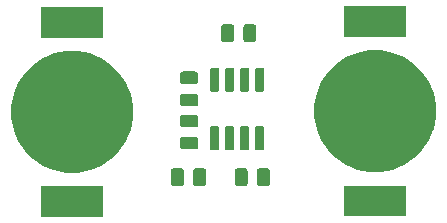
<source format=gbr>
G04 #@! TF.GenerationSoftware,KiCad,Pcbnew,(5.1.5)-3*
G04 #@! TF.CreationDate,2021-08-24T20:05:06-07:00*
G04 #@! TF.ProjectId,Intro_Project,496e7472-6f5f-4507-926f-6a6563742e6b,rev?*
G04 #@! TF.SameCoordinates,Original*
G04 #@! TF.FileFunction,Soldermask,Top*
G04 #@! TF.FilePolarity,Negative*
%FSLAX46Y46*%
G04 Gerber Fmt 4.6, Leading zero omitted, Abs format (unit mm)*
G04 Created by KiCad (PCBNEW (5.1.5)-3) date 2021-08-24 20:05:06*
%MOMM*%
%LPD*%
G04 APERTURE LIST*
%ADD10C,0.100000*%
G04 APERTURE END LIST*
D10*
G36*
X123314500Y-84720000D02*
G01*
X118112500Y-84720000D01*
X118112500Y-82118000D01*
X123314500Y-82118000D01*
X123314500Y-84720000D01*
G37*
G36*
X148968500Y-84656500D02*
G01*
X143766500Y-84656500D01*
X143766500Y-82054500D01*
X148968500Y-82054500D01*
X148968500Y-84656500D01*
G37*
G36*
X130005468Y-80597065D02*
G01*
X130044138Y-80608796D01*
X130079777Y-80627846D01*
X130111017Y-80653483D01*
X130136654Y-80684723D01*
X130155704Y-80720362D01*
X130167435Y-80759032D01*
X130172000Y-80805388D01*
X130172000Y-81881612D01*
X130167435Y-81927968D01*
X130155704Y-81966638D01*
X130136654Y-82002277D01*
X130111017Y-82033517D01*
X130079777Y-82059154D01*
X130044138Y-82078204D01*
X130005468Y-82089935D01*
X129959112Y-82094500D01*
X129307888Y-82094500D01*
X129261532Y-82089935D01*
X129222862Y-82078204D01*
X129187223Y-82059154D01*
X129155983Y-82033517D01*
X129130346Y-82002277D01*
X129111296Y-81966638D01*
X129099565Y-81927968D01*
X129095000Y-81881612D01*
X129095000Y-80805388D01*
X129099565Y-80759032D01*
X129111296Y-80720362D01*
X129130346Y-80684723D01*
X129155983Y-80653483D01*
X129187223Y-80627846D01*
X129222862Y-80608796D01*
X129261532Y-80597065D01*
X129307888Y-80592500D01*
X129959112Y-80592500D01*
X130005468Y-80597065D01*
G37*
G36*
X131880468Y-80597065D02*
G01*
X131919138Y-80608796D01*
X131954777Y-80627846D01*
X131986017Y-80653483D01*
X132011654Y-80684723D01*
X132030704Y-80720362D01*
X132042435Y-80759032D01*
X132047000Y-80805388D01*
X132047000Y-81881612D01*
X132042435Y-81927968D01*
X132030704Y-81966638D01*
X132011654Y-82002277D01*
X131986017Y-82033517D01*
X131954777Y-82059154D01*
X131919138Y-82078204D01*
X131880468Y-82089935D01*
X131834112Y-82094500D01*
X131182888Y-82094500D01*
X131136532Y-82089935D01*
X131097862Y-82078204D01*
X131062223Y-82059154D01*
X131030983Y-82033517D01*
X131005346Y-82002277D01*
X130986296Y-81966638D01*
X130974565Y-81927968D01*
X130970000Y-81881612D01*
X130970000Y-80805388D01*
X130974565Y-80759032D01*
X130986296Y-80720362D01*
X131005346Y-80684723D01*
X131030983Y-80653483D01*
X131062223Y-80627846D01*
X131097862Y-80608796D01*
X131136532Y-80597065D01*
X131182888Y-80592500D01*
X131834112Y-80592500D01*
X131880468Y-80597065D01*
G37*
G36*
X137277968Y-80597065D02*
G01*
X137316638Y-80608796D01*
X137352277Y-80627846D01*
X137383517Y-80653483D01*
X137409154Y-80684723D01*
X137428204Y-80720362D01*
X137439935Y-80759032D01*
X137444500Y-80805388D01*
X137444500Y-81881612D01*
X137439935Y-81927968D01*
X137428204Y-81966638D01*
X137409154Y-82002277D01*
X137383517Y-82033517D01*
X137352277Y-82059154D01*
X137316638Y-82078204D01*
X137277968Y-82089935D01*
X137231612Y-82094500D01*
X136580388Y-82094500D01*
X136534032Y-82089935D01*
X136495362Y-82078204D01*
X136459723Y-82059154D01*
X136428483Y-82033517D01*
X136402846Y-82002277D01*
X136383796Y-81966638D01*
X136372065Y-81927968D01*
X136367500Y-81881612D01*
X136367500Y-80805388D01*
X136372065Y-80759032D01*
X136383796Y-80720362D01*
X136402846Y-80684723D01*
X136428483Y-80653483D01*
X136459723Y-80627846D01*
X136495362Y-80608796D01*
X136534032Y-80597065D01*
X136580388Y-80592500D01*
X137231612Y-80592500D01*
X137277968Y-80597065D01*
G37*
G36*
X135402968Y-80597065D02*
G01*
X135441638Y-80608796D01*
X135477277Y-80627846D01*
X135508517Y-80653483D01*
X135534154Y-80684723D01*
X135553204Y-80720362D01*
X135564935Y-80759032D01*
X135569500Y-80805388D01*
X135569500Y-81881612D01*
X135564935Y-81927968D01*
X135553204Y-81966638D01*
X135534154Y-82002277D01*
X135508517Y-82033517D01*
X135477277Y-82059154D01*
X135441638Y-82078204D01*
X135402968Y-82089935D01*
X135356612Y-82094500D01*
X134705388Y-82094500D01*
X134659032Y-82089935D01*
X134620362Y-82078204D01*
X134584723Y-82059154D01*
X134553483Y-82033517D01*
X134527846Y-82002277D01*
X134508796Y-81966638D01*
X134497065Y-81927968D01*
X134492500Y-81881612D01*
X134492500Y-80805388D01*
X134497065Y-80759032D01*
X134508796Y-80720362D01*
X134527846Y-80684723D01*
X134553483Y-80653483D01*
X134584723Y-80627846D01*
X134620362Y-80608796D01*
X134659032Y-80597065D01*
X134705388Y-80592500D01*
X135356612Y-80592500D01*
X135402968Y-80597065D01*
G37*
G36*
X122215990Y-70865950D02*
G01*
X122765120Y-71093407D01*
X123153413Y-71254243D01*
X123997071Y-71817957D01*
X124714543Y-72535429D01*
X125278257Y-73379087D01*
X125439093Y-73767380D01*
X125666550Y-74316510D01*
X125864500Y-75311669D01*
X125864500Y-76326331D01*
X125666550Y-77321490D01*
X125439093Y-77870620D01*
X125278257Y-78258913D01*
X124714543Y-79102571D01*
X123997071Y-79820043D01*
X123153413Y-80383757D01*
X122765120Y-80544593D01*
X122215990Y-80772050D01*
X121220831Y-80970000D01*
X120206169Y-80970000D01*
X119211010Y-80772050D01*
X118661880Y-80544593D01*
X118273587Y-80383757D01*
X117429929Y-79820043D01*
X116712457Y-79102571D01*
X116148743Y-78258913D01*
X115987907Y-77870620D01*
X115760450Y-77321490D01*
X115562500Y-76326331D01*
X115562500Y-75311669D01*
X115760450Y-74316510D01*
X115987907Y-73767380D01*
X116148743Y-73379087D01*
X116712457Y-72535429D01*
X117429929Y-71817957D01*
X118273587Y-71254243D01*
X118661880Y-71093407D01*
X119211010Y-70865950D01*
X120206169Y-70668000D01*
X121220831Y-70668000D01*
X122215990Y-70865950D01*
G37*
G36*
X147869990Y-70802450D02*
G01*
X148419120Y-71029907D01*
X148807413Y-71190743D01*
X149651071Y-71754457D01*
X150368543Y-72471929D01*
X150932257Y-73315587D01*
X150932257Y-73315588D01*
X151320550Y-74253010D01*
X151518500Y-75248169D01*
X151518500Y-76262831D01*
X151320550Y-77257990D01*
X151294247Y-77321490D01*
X150932257Y-78195413D01*
X150368543Y-79039071D01*
X149651071Y-79756543D01*
X148807413Y-80320257D01*
X148419120Y-80481093D01*
X147869990Y-80708550D01*
X146874831Y-80906500D01*
X145860169Y-80906500D01*
X144865010Y-80708550D01*
X144315880Y-80481093D01*
X143927587Y-80320257D01*
X143083929Y-79756543D01*
X142366457Y-79039071D01*
X141802743Y-78195413D01*
X141440753Y-77321490D01*
X141414450Y-77257990D01*
X141216500Y-76262831D01*
X141216500Y-75248169D01*
X141414450Y-74253010D01*
X141802743Y-73315588D01*
X141802743Y-73315587D01*
X142366457Y-72471929D01*
X143083929Y-71754457D01*
X143927587Y-71190743D01*
X144315880Y-71029907D01*
X144865010Y-70802450D01*
X145860169Y-70604500D01*
X146874831Y-70604500D01*
X147869990Y-70802450D01*
G37*
G36*
X133038428Y-77018264D02*
G01*
X133059509Y-77024660D01*
X133078945Y-77035048D01*
X133095976Y-77049024D01*
X133109952Y-77066055D01*
X133120340Y-77085491D01*
X133126736Y-77106572D01*
X133129500Y-77134640D01*
X133129500Y-78948360D01*
X133126736Y-78976428D01*
X133120340Y-78997509D01*
X133109952Y-79016945D01*
X133095976Y-79033976D01*
X133078945Y-79047952D01*
X133059509Y-79058340D01*
X133038428Y-79064736D01*
X133010360Y-79067500D01*
X132546640Y-79067500D01*
X132518572Y-79064736D01*
X132497491Y-79058340D01*
X132478055Y-79047952D01*
X132461024Y-79033976D01*
X132447048Y-79016945D01*
X132436660Y-78997509D01*
X132430264Y-78976428D01*
X132427500Y-78948360D01*
X132427500Y-77134640D01*
X132430264Y-77106572D01*
X132436660Y-77085491D01*
X132447048Y-77066055D01*
X132461024Y-77049024D01*
X132478055Y-77035048D01*
X132497491Y-77024660D01*
X132518572Y-77018264D01*
X132546640Y-77015500D01*
X133010360Y-77015500D01*
X133038428Y-77018264D01*
G37*
G36*
X136848428Y-77018264D02*
G01*
X136869509Y-77024660D01*
X136888945Y-77035048D01*
X136905976Y-77049024D01*
X136919952Y-77066055D01*
X136930340Y-77085491D01*
X136936736Y-77106572D01*
X136939500Y-77134640D01*
X136939500Y-78948360D01*
X136936736Y-78976428D01*
X136930340Y-78997509D01*
X136919952Y-79016945D01*
X136905976Y-79033976D01*
X136888945Y-79047952D01*
X136869509Y-79058340D01*
X136848428Y-79064736D01*
X136820360Y-79067500D01*
X136356640Y-79067500D01*
X136328572Y-79064736D01*
X136307491Y-79058340D01*
X136288055Y-79047952D01*
X136271024Y-79033976D01*
X136257048Y-79016945D01*
X136246660Y-78997509D01*
X136240264Y-78976428D01*
X136237500Y-78948360D01*
X136237500Y-77134640D01*
X136240264Y-77106572D01*
X136246660Y-77085491D01*
X136257048Y-77066055D01*
X136271024Y-77049024D01*
X136288055Y-77035048D01*
X136307491Y-77024660D01*
X136328572Y-77018264D01*
X136356640Y-77015500D01*
X136820360Y-77015500D01*
X136848428Y-77018264D01*
G37*
G36*
X135578428Y-77018264D02*
G01*
X135599509Y-77024660D01*
X135618945Y-77035048D01*
X135635976Y-77049024D01*
X135649952Y-77066055D01*
X135660340Y-77085491D01*
X135666736Y-77106572D01*
X135669500Y-77134640D01*
X135669500Y-78948360D01*
X135666736Y-78976428D01*
X135660340Y-78997509D01*
X135649952Y-79016945D01*
X135635976Y-79033976D01*
X135618945Y-79047952D01*
X135599509Y-79058340D01*
X135578428Y-79064736D01*
X135550360Y-79067500D01*
X135086640Y-79067500D01*
X135058572Y-79064736D01*
X135037491Y-79058340D01*
X135018055Y-79047952D01*
X135001024Y-79033976D01*
X134987048Y-79016945D01*
X134976660Y-78997509D01*
X134970264Y-78976428D01*
X134967500Y-78948360D01*
X134967500Y-77134640D01*
X134970264Y-77106572D01*
X134976660Y-77085491D01*
X134987048Y-77066055D01*
X135001024Y-77049024D01*
X135018055Y-77035048D01*
X135037491Y-77024660D01*
X135058572Y-77018264D01*
X135086640Y-77015500D01*
X135550360Y-77015500D01*
X135578428Y-77018264D01*
G37*
G36*
X134308428Y-77018264D02*
G01*
X134329509Y-77024660D01*
X134348945Y-77035048D01*
X134365976Y-77049024D01*
X134379952Y-77066055D01*
X134390340Y-77085491D01*
X134396736Y-77106572D01*
X134399500Y-77134640D01*
X134399500Y-78948360D01*
X134396736Y-78976428D01*
X134390340Y-78997509D01*
X134379952Y-79016945D01*
X134365976Y-79033976D01*
X134348945Y-79047952D01*
X134329509Y-79058340D01*
X134308428Y-79064736D01*
X134280360Y-79067500D01*
X133816640Y-79067500D01*
X133788572Y-79064736D01*
X133767491Y-79058340D01*
X133748055Y-79047952D01*
X133731024Y-79033976D01*
X133717048Y-79016945D01*
X133706660Y-78997509D01*
X133700264Y-78976428D01*
X133697500Y-78948360D01*
X133697500Y-77134640D01*
X133700264Y-77106572D01*
X133706660Y-77085491D01*
X133717048Y-77066055D01*
X133731024Y-77049024D01*
X133748055Y-77035048D01*
X133767491Y-77024660D01*
X133788572Y-77018264D01*
X133816640Y-77015500D01*
X134280360Y-77015500D01*
X134308428Y-77018264D01*
G37*
G36*
X131203968Y-77922065D02*
G01*
X131242638Y-77933796D01*
X131278277Y-77952846D01*
X131309517Y-77978483D01*
X131335154Y-78009723D01*
X131354204Y-78045362D01*
X131365935Y-78084032D01*
X131370500Y-78130388D01*
X131370500Y-78781612D01*
X131365935Y-78827968D01*
X131354204Y-78866638D01*
X131335154Y-78902277D01*
X131309517Y-78933517D01*
X131278277Y-78959154D01*
X131242638Y-78978204D01*
X131203968Y-78989935D01*
X131157612Y-78994500D01*
X130081388Y-78994500D01*
X130035032Y-78989935D01*
X129996362Y-78978204D01*
X129960723Y-78959154D01*
X129929483Y-78933517D01*
X129903846Y-78902277D01*
X129884796Y-78866638D01*
X129873065Y-78827968D01*
X129868500Y-78781612D01*
X129868500Y-78130388D01*
X129873065Y-78084032D01*
X129884796Y-78045362D01*
X129903846Y-78009723D01*
X129929483Y-77978483D01*
X129960723Y-77952846D01*
X129996362Y-77933796D01*
X130035032Y-77922065D01*
X130081388Y-77917500D01*
X131157612Y-77917500D01*
X131203968Y-77922065D01*
G37*
G36*
X131203968Y-76047065D02*
G01*
X131242638Y-76058796D01*
X131278277Y-76077846D01*
X131309517Y-76103483D01*
X131335154Y-76134723D01*
X131354204Y-76170362D01*
X131365935Y-76209032D01*
X131370500Y-76255388D01*
X131370500Y-76906612D01*
X131365935Y-76952968D01*
X131354204Y-76991638D01*
X131335154Y-77027277D01*
X131309517Y-77058517D01*
X131278277Y-77084154D01*
X131242638Y-77103204D01*
X131203968Y-77114935D01*
X131157612Y-77119500D01*
X130081388Y-77119500D01*
X130035032Y-77114935D01*
X129996362Y-77103204D01*
X129960723Y-77084154D01*
X129929483Y-77058517D01*
X129903846Y-77027277D01*
X129884796Y-76991638D01*
X129873065Y-76952968D01*
X129868500Y-76906612D01*
X129868500Y-76255388D01*
X129873065Y-76209032D01*
X129884796Y-76170362D01*
X129903846Y-76134723D01*
X129929483Y-76103483D01*
X129960723Y-76077846D01*
X129996362Y-76058796D01*
X130035032Y-76047065D01*
X130081388Y-76042500D01*
X131157612Y-76042500D01*
X131203968Y-76047065D01*
G37*
G36*
X131203968Y-74269065D02*
G01*
X131242638Y-74280796D01*
X131278277Y-74299846D01*
X131309517Y-74325483D01*
X131335154Y-74356723D01*
X131354204Y-74392362D01*
X131365935Y-74431032D01*
X131370500Y-74477388D01*
X131370500Y-75128612D01*
X131365935Y-75174968D01*
X131354204Y-75213638D01*
X131335154Y-75249277D01*
X131309517Y-75280517D01*
X131278277Y-75306154D01*
X131242638Y-75325204D01*
X131203968Y-75336935D01*
X131157612Y-75341500D01*
X130081388Y-75341500D01*
X130035032Y-75336935D01*
X129996362Y-75325204D01*
X129960723Y-75306154D01*
X129929483Y-75280517D01*
X129903846Y-75249277D01*
X129884796Y-75213638D01*
X129873065Y-75174968D01*
X129868500Y-75128612D01*
X129868500Y-74477388D01*
X129873065Y-74431032D01*
X129884796Y-74392362D01*
X129903846Y-74356723D01*
X129929483Y-74325483D01*
X129960723Y-74299846D01*
X129996362Y-74280796D01*
X130035032Y-74269065D01*
X130081388Y-74264500D01*
X131157612Y-74264500D01*
X131203968Y-74269065D01*
G37*
G36*
X136848428Y-72068264D02*
G01*
X136869509Y-72074660D01*
X136888945Y-72085048D01*
X136905976Y-72099024D01*
X136919952Y-72116055D01*
X136930340Y-72135491D01*
X136936736Y-72156572D01*
X136939500Y-72184640D01*
X136939500Y-73998360D01*
X136936736Y-74026428D01*
X136930340Y-74047509D01*
X136919952Y-74066945D01*
X136905976Y-74083976D01*
X136888945Y-74097952D01*
X136869509Y-74108340D01*
X136848428Y-74114736D01*
X136820360Y-74117500D01*
X136356640Y-74117500D01*
X136328572Y-74114736D01*
X136307491Y-74108340D01*
X136288055Y-74097952D01*
X136271024Y-74083976D01*
X136257048Y-74066945D01*
X136246660Y-74047509D01*
X136240264Y-74026428D01*
X136237500Y-73998360D01*
X136237500Y-72184640D01*
X136240264Y-72156572D01*
X136246660Y-72135491D01*
X136257048Y-72116055D01*
X136271024Y-72099024D01*
X136288055Y-72085048D01*
X136307491Y-72074660D01*
X136328572Y-72068264D01*
X136356640Y-72065500D01*
X136820360Y-72065500D01*
X136848428Y-72068264D01*
G37*
G36*
X135578428Y-72068264D02*
G01*
X135599509Y-72074660D01*
X135618945Y-72085048D01*
X135635976Y-72099024D01*
X135649952Y-72116055D01*
X135660340Y-72135491D01*
X135666736Y-72156572D01*
X135669500Y-72184640D01*
X135669500Y-73998360D01*
X135666736Y-74026428D01*
X135660340Y-74047509D01*
X135649952Y-74066945D01*
X135635976Y-74083976D01*
X135618945Y-74097952D01*
X135599509Y-74108340D01*
X135578428Y-74114736D01*
X135550360Y-74117500D01*
X135086640Y-74117500D01*
X135058572Y-74114736D01*
X135037491Y-74108340D01*
X135018055Y-74097952D01*
X135001024Y-74083976D01*
X134987048Y-74066945D01*
X134976660Y-74047509D01*
X134970264Y-74026428D01*
X134967500Y-73998360D01*
X134967500Y-72184640D01*
X134970264Y-72156572D01*
X134976660Y-72135491D01*
X134987048Y-72116055D01*
X135001024Y-72099024D01*
X135018055Y-72085048D01*
X135037491Y-72074660D01*
X135058572Y-72068264D01*
X135086640Y-72065500D01*
X135550360Y-72065500D01*
X135578428Y-72068264D01*
G37*
G36*
X134308428Y-72068264D02*
G01*
X134329509Y-72074660D01*
X134348945Y-72085048D01*
X134365976Y-72099024D01*
X134379952Y-72116055D01*
X134390340Y-72135491D01*
X134396736Y-72156572D01*
X134399500Y-72184640D01*
X134399500Y-73998360D01*
X134396736Y-74026428D01*
X134390340Y-74047509D01*
X134379952Y-74066945D01*
X134365976Y-74083976D01*
X134348945Y-74097952D01*
X134329509Y-74108340D01*
X134308428Y-74114736D01*
X134280360Y-74117500D01*
X133816640Y-74117500D01*
X133788572Y-74114736D01*
X133767491Y-74108340D01*
X133748055Y-74097952D01*
X133731024Y-74083976D01*
X133717048Y-74066945D01*
X133706660Y-74047509D01*
X133700264Y-74026428D01*
X133697500Y-73998360D01*
X133697500Y-72184640D01*
X133700264Y-72156572D01*
X133706660Y-72135491D01*
X133717048Y-72116055D01*
X133731024Y-72099024D01*
X133748055Y-72085048D01*
X133767491Y-72074660D01*
X133788572Y-72068264D01*
X133816640Y-72065500D01*
X134280360Y-72065500D01*
X134308428Y-72068264D01*
G37*
G36*
X133038428Y-72068264D02*
G01*
X133059509Y-72074660D01*
X133078945Y-72085048D01*
X133095976Y-72099024D01*
X133109952Y-72116055D01*
X133120340Y-72135491D01*
X133126736Y-72156572D01*
X133129500Y-72184640D01*
X133129500Y-73998360D01*
X133126736Y-74026428D01*
X133120340Y-74047509D01*
X133109952Y-74066945D01*
X133095976Y-74083976D01*
X133078945Y-74097952D01*
X133059509Y-74108340D01*
X133038428Y-74114736D01*
X133010360Y-74117500D01*
X132546640Y-74117500D01*
X132518572Y-74114736D01*
X132497491Y-74108340D01*
X132478055Y-74097952D01*
X132461024Y-74083976D01*
X132447048Y-74066945D01*
X132436660Y-74047509D01*
X132430264Y-74026428D01*
X132427500Y-73998360D01*
X132427500Y-72184640D01*
X132430264Y-72156572D01*
X132436660Y-72135491D01*
X132447048Y-72116055D01*
X132461024Y-72099024D01*
X132478055Y-72085048D01*
X132497491Y-72074660D01*
X132518572Y-72068264D01*
X132546640Y-72065500D01*
X133010360Y-72065500D01*
X133038428Y-72068264D01*
G37*
G36*
X131203968Y-72394065D02*
G01*
X131242638Y-72405796D01*
X131278277Y-72424846D01*
X131309517Y-72450483D01*
X131335154Y-72481723D01*
X131354204Y-72517362D01*
X131365935Y-72556032D01*
X131370500Y-72602388D01*
X131370500Y-73253612D01*
X131365935Y-73299968D01*
X131354204Y-73338638D01*
X131335154Y-73374277D01*
X131309517Y-73405517D01*
X131278277Y-73431154D01*
X131242638Y-73450204D01*
X131203968Y-73461935D01*
X131157612Y-73466500D01*
X130081388Y-73466500D01*
X130035032Y-73461935D01*
X129996362Y-73450204D01*
X129960723Y-73431154D01*
X129929483Y-73405517D01*
X129903846Y-73374277D01*
X129884796Y-73338638D01*
X129873065Y-73299968D01*
X129868500Y-73253612D01*
X129868500Y-72602388D01*
X129873065Y-72556032D01*
X129884796Y-72517362D01*
X129903846Y-72481723D01*
X129929483Y-72450483D01*
X129960723Y-72424846D01*
X129996362Y-72405796D01*
X130035032Y-72394065D01*
X130081388Y-72389500D01*
X131157612Y-72389500D01*
X131203968Y-72394065D01*
G37*
G36*
X136134968Y-68405065D02*
G01*
X136173638Y-68416796D01*
X136209277Y-68435846D01*
X136240517Y-68461483D01*
X136266154Y-68492723D01*
X136285204Y-68528362D01*
X136296935Y-68567032D01*
X136301500Y-68613388D01*
X136301500Y-69689612D01*
X136296935Y-69735968D01*
X136285204Y-69774638D01*
X136266154Y-69810277D01*
X136240517Y-69841517D01*
X136209277Y-69867154D01*
X136173638Y-69886204D01*
X136134968Y-69897935D01*
X136088612Y-69902500D01*
X135437388Y-69902500D01*
X135391032Y-69897935D01*
X135352362Y-69886204D01*
X135316723Y-69867154D01*
X135285483Y-69841517D01*
X135259846Y-69810277D01*
X135240796Y-69774638D01*
X135229065Y-69735968D01*
X135224500Y-69689612D01*
X135224500Y-68613388D01*
X135229065Y-68567032D01*
X135240796Y-68528362D01*
X135259846Y-68492723D01*
X135285483Y-68461483D01*
X135316723Y-68435846D01*
X135352362Y-68416796D01*
X135391032Y-68405065D01*
X135437388Y-68400500D01*
X136088612Y-68400500D01*
X136134968Y-68405065D01*
G37*
G36*
X134259968Y-68405065D02*
G01*
X134298638Y-68416796D01*
X134334277Y-68435846D01*
X134365517Y-68461483D01*
X134391154Y-68492723D01*
X134410204Y-68528362D01*
X134421935Y-68567032D01*
X134426500Y-68613388D01*
X134426500Y-69689612D01*
X134421935Y-69735968D01*
X134410204Y-69774638D01*
X134391154Y-69810277D01*
X134365517Y-69841517D01*
X134334277Y-69867154D01*
X134298638Y-69886204D01*
X134259968Y-69897935D01*
X134213612Y-69902500D01*
X133562388Y-69902500D01*
X133516032Y-69897935D01*
X133477362Y-69886204D01*
X133441723Y-69867154D01*
X133410483Y-69841517D01*
X133384846Y-69810277D01*
X133365796Y-69774638D01*
X133354065Y-69735968D01*
X133349500Y-69689612D01*
X133349500Y-68613388D01*
X133354065Y-68567032D01*
X133365796Y-68528362D01*
X133384846Y-68492723D01*
X133410483Y-68461483D01*
X133441723Y-68435846D01*
X133477362Y-68416796D01*
X133516032Y-68405065D01*
X133562388Y-68400500D01*
X134213612Y-68400500D01*
X134259968Y-68405065D01*
G37*
G36*
X123314500Y-69520000D02*
G01*
X118112500Y-69520000D01*
X118112500Y-66918000D01*
X123314500Y-66918000D01*
X123314500Y-69520000D01*
G37*
G36*
X148968500Y-69456500D02*
G01*
X143766500Y-69456500D01*
X143766500Y-66854500D01*
X148968500Y-66854500D01*
X148968500Y-69456500D01*
G37*
M02*

</source>
